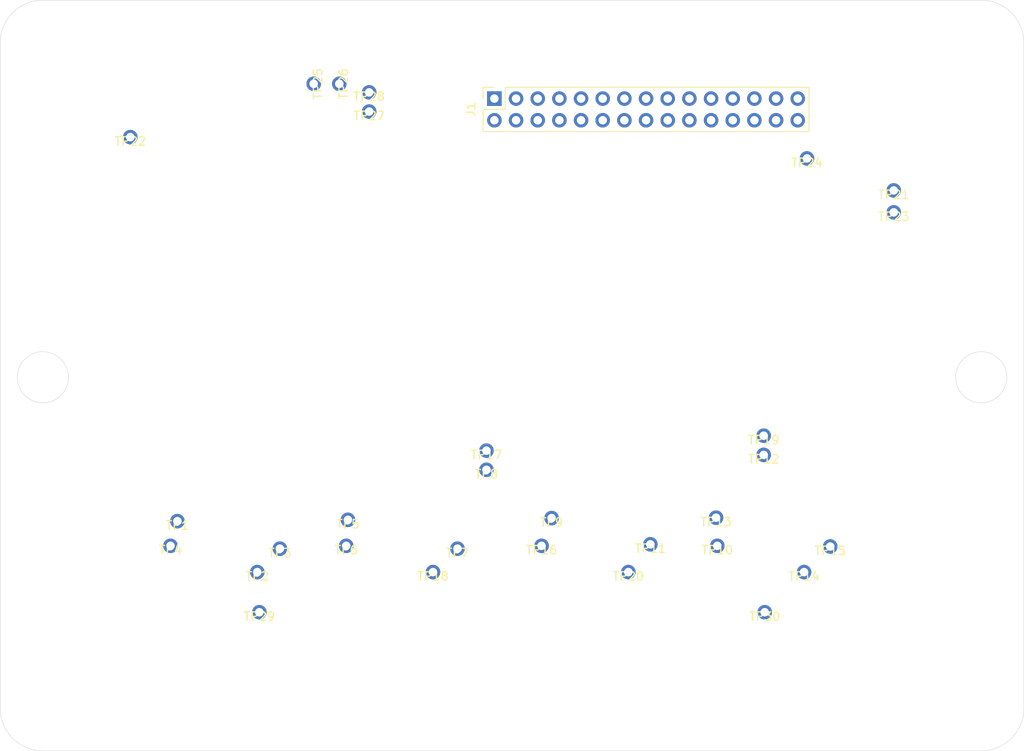
<source format=kicad_pcb>
(kicad_pcb (version 20171130) (host pcbnew 5.1.10-88a1d61d58~90~ubuntu20.04.1)

  (general
    (thickness 1.6)
    (drawings 107)
    (tracks 0)
    (zones 0)
    (modules 31)
    (nets 61)
  )

  (page A4)
  (layers
    (0 F.Cu signal)
    (31 B.Cu signal)
    (32 B.Adhes user)
    (33 F.Adhes user)
    (34 B.Paste user)
    (35 F.Paste user)
    (36 B.SilkS user)
    (37 F.SilkS user)
    (38 B.Mask user)
    (39 F.Mask user)
    (40 Dwgs.User user hide)
    (41 Cmts.User user)
    (42 Eco1.User user)
    (43 Eco2.User user)
    (44 Edge.Cuts user)
    (45 Margin user)
    (46 B.CrtYd user)
    (47 F.CrtYd user)
    (48 B.Fab user)
    (49 F.Fab user)
  )

  (setup
    (last_trace_width 0.25)
    (trace_clearance 0.2)
    (zone_clearance 0.508)
    (zone_45_only no)
    (trace_min 0.2)
    (via_size 0.8)
    (via_drill 0.4)
    (via_min_size 0.4)
    (via_min_drill 0.3)
    (uvia_size 0.3)
    (uvia_drill 0.1)
    (uvias_allowed no)
    (uvia_min_size 0.2)
    (uvia_min_drill 0.1)
    (edge_width 0.05)
    (segment_width 0.2)
    (pcb_text_width 0.3)
    (pcb_text_size 1.5 1.5)
    (mod_edge_width 0.12)
    (mod_text_size 1 1)
    (mod_text_width 0.15)
    (pad_size 1.524 1.524)
    (pad_drill 0.762)
    (pad_to_mask_clearance 0)
    (aux_axis_origin 0 0)
    (grid_origin 65 124.800031)
    (visible_elements FFFFFF7F)
    (pcbplotparams
      (layerselection 0x010fc_ffffffff)
      (usegerberextensions false)
      (usegerberattributes true)
      (usegerberadvancedattributes true)
      (creategerberjobfile true)
      (excludeedgelayer true)
      (linewidth 0.100000)
      (plotframeref false)
      (viasonmask false)
      (mode 1)
      (useauxorigin false)
      (hpglpennumber 1)
      (hpglpenspeed 20)
      (hpglpendiameter 15.000000)
      (psnegative false)
      (psa4output false)
      (plotreference true)
      (plotvalue true)
      (plotinvisibletext false)
      (padsonsilk false)
      (subtractmaskfromsilk false)
      (outputformat 1)
      (mirror false)
      (drillshape 1)
      (scaleselection 1)
      (outputdirectory ""))
  )

  (net 0 "")
  (net 1 "Net-(J1-Pad30)")
  (net 2 "Net-(J1-Pad28)")
  (net 3 "Net-(J1-Pad26)")
  (net 4 "Net-(J1-Pad24)")
  (net 5 "Net-(J1-Pad22)")
  (net 6 "Net-(J1-Pad20)")
  (net 7 "Net-(J1-Pad18)")
  (net 8 "Net-(J1-Pad16)")
  (net 9 "Net-(J1-Pad14)")
  (net 10 "Net-(J1-Pad12)")
  (net 11 "Net-(J1-Pad10)")
  (net 12 "Net-(J1-Pad8)")
  (net 13 "Net-(J1-Pad6)")
  (net 14 "Net-(J1-Pad4)")
  (net 15 "Net-(J1-Pad2)")
  (net 16 "Net-(J1-Pad29)")
  (net 17 "Net-(J1-Pad27)")
  (net 18 "Net-(J1-Pad25)")
  (net 19 "Net-(J1-Pad23)")
  (net 20 "Net-(J1-Pad21)")
  (net 21 "Net-(J1-Pad19)")
  (net 22 "Net-(J1-Pad17)")
  (net 23 "Net-(J1-Pad15)")
  (net 24 "Net-(J1-Pad13)")
  (net 25 "Net-(J1-Pad11)")
  (net 26 "Net-(J1-Pad9)")
  (net 27 "Net-(J1-Pad7)")
  (net 28 "Net-(J1-Pad5)")
  (net 29 "Net-(J1-Pad3)")
  (net 30 "Net-(J1-Pad1)")
  (net 31 "Net-(TP1-Pad1)")
  (net 32 "Net-(TP2-Pad1)")
  (net 33 "Net-(TP3-Pad1)")
  (net 34 "Net-(TP4-Pad1)")
  (net 35 "Net-(TP5-Pad1)")
  (net 36 "Net-(TP6-Pad1)")
  (net 37 "Net-(TP7-Pad1)")
  (net 38 "Net-(TP8-Pad1)")
  (net 39 "Net-(TP9-Pad1)")
  (net 40 "Net-(TP10-Pad1)")
  (net 41 "Net-(TP11-Pad1)")
  (net 42 "Net-(TP12-Pad1)")
  (net 43 "Net-(TP13-Pad1)")
  (net 44 "Net-(TP14-Pad1)")
  (net 45 "Net-(TP15-Pad1)")
  (net 46 "Net-(TP16-Pad1)")
  (net 47 "Net-(TP17-Pad1)")
  (net 48 "Net-(TP18-Pad1)")
  (net 49 "Net-(TP19-Pad1)")
  (net 50 "Net-(TP20-Pad1)")
  (net 51 "Net-(TP21-Pad1)")
  (net 52 "Net-(TP22-Pad1)")
  (net 53 "Net-(TP23-Pad1)")
  (net 54 "Net-(TP24-Pad1)")
  (net 55 "Net-(TP25-Pad1)")
  (net 56 "Net-(TP26-Pad1)")
  (net 57 "Net-(TP27-Pad1)")
  (net 58 "Net-(TP28-Pad1)")
  (net 59 "Net-(TP29-Pad1)")
  (net 60 "Net-(TP30-Pad1)")

  (net_class Default "This is the default net class."
    (clearance 0.2)
    (trace_width 0.25)
    (via_dia 0.8)
    (via_drill 0.4)
    (uvia_dia 0.3)
    (uvia_drill 0.1)
    (add_net "Net-(J1-Pad1)")
    (add_net "Net-(J1-Pad10)")
    (add_net "Net-(J1-Pad11)")
    (add_net "Net-(J1-Pad12)")
    (add_net "Net-(J1-Pad13)")
    (add_net "Net-(J1-Pad14)")
    (add_net "Net-(J1-Pad15)")
    (add_net "Net-(J1-Pad16)")
    (add_net "Net-(J1-Pad17)")
    (add_net "Net-(J1-Pad18)")
    (add_net "Net-(J1-Pad19)")
    (add_net "Net-(J1-Pad2)")
    (add_net "Net-(J1-Pad20)")
    (add_net "Net-(J1-Pad21)")
    (add_net "Net-(J1-Pad22)")
    (add_net "Net-(J1-Pad23)")
    (add_net "Net-(J1-Pad24)")
    (add_net "Net-(J1-Pad25)")
    (add_net "Net-(J1-Pad26)")
    (add_net "Net-(J1-Pad27)")
    (add_net "Net-(J1-Pad28)")
    (add_net "Net-(J1-Pad29)")
    (add_net "Net-(J1-Pad3)")
    (add_net "Net-(J1-Pad30)")
    (add_net "Net-(J1-Pad4)")
    (add_net "Net-(J1-Pad5)")
    (add_net "Net-(J1-Pad6)")
    (add_net "Net-(J1-Pad7)")
    (add_net "Net-(J1-Pad8)")
    (add_net "Net-(J1-Pad9)")
    (add_net "Net-(TP1-Pad1)")
    (add_net "Net-(TP10-Pad1)")
    (add_net "Net-(TP11-Pad1)")
    (add_net "Net-(TP12-Pad1)")
    (add_net "Net-(TP13-Pad1)")
    (add_net "Net-(TP14-Pad1)")
    (add_net "Net-(TP15-Pad1)")
    (add_net "Net-(TP16-Pad1)")
    (add_net "Net-(TP17-Pad1)")
    (add_net "Net-(TP18-Pad1)")
    (add_net "Net-(TP19-Pad1)")
    (add_net "Net-(TP2-Pad1)")
    (add_net "Net-(TP20-Pad1)")
    (add_net "Net-(TP21-Pad1)")
    (add_net "Net-(TP22-Pad1)")
    (add_net "Net-(TP23-Pad1)")
    (add_net "Net-(TP24-Pad1)")
    (add_net "Net-(TP25-Pad1)")
    (add_net "Net-(TP26-Pad1)")
    (add_net "Net-(TP27-Pad1)")
    (add_net "Net-(TP28-Pad1)")
    (add_net "Net-(TP29-Pad1)")
    (add_net "Net-(TP3-Pad1)")
    (add_net "Net-(TP30-Pad1)")
    (add_net "Net-(TP4-Pad1)")
    (add_net "Net-(TP5-Pad1)")
    (add_net "Net-(TP6-Pad1)")
    (add_net "Net-(TP7-Pad1)")
    (add_net "Net-(TP8-Pad1)")
    (add_net "Net-(TP9-Pad1)")
  )

  (module Connector_PinSocket_2.54mm:PinSocket_2x15_P2.54mm_Vertical (layer F.Cu) (tedit 5A19A42E) (tstamp 611A2FD4)
    (at 117.929972 53.33229 90)
    (descr "Through hole straight socket strip, 2x15, 2.54mm pitch, double cols (from Kicad 4.0.7), script generated")
    (tags "Through hole socket strip THT 2x15 2.54mm double row")
    (path /611DA97D)
    (fp_text reference J1 (at -1.27 -2.77 90) (layer F.SilkS)
      (effects (font (size 1 1) (thickness 0.15)))
    )
    (fp_text value Conn_02x15_Odd_Even (at -1.27 38.33 90) (layer F.Fab)
      (effects (font (size 1 1) (thickness 0.15)))
    )
    (fp_text user %R (at -1.27 17.78) (layer F.Fab)
      (effects (font (size 1 1) (thickness 0.15)))
    )
    (fp_line (start -3.81 -1.27) (end 0.27 -1.27) (layer F.Fab) (width 0.1))
    (fp_line (start 0.27 -1.27) (end 1.27 -0.27) (layer F.Fab) (width 0.1))
    (fp_line (start 1.27 -0.27) (end 1.27 36.83) (layer F.Fab) (width 0.1))
    (fp_line (start 1.27 36.83) (end -3.81 36.83) (layer F.Fab) (width 0.1))
    (fp_line (start -3.81 36.83) (end -3.81 -1.27) (layer F.Fab) (width 0.1))
    (fp_line (start -3.87 -1.33) (end -1.27 -1.33) (layer F.SilkS) (width 0.12))
    (fp_line (start -3.87 -1.33) (end -3.87 36.89) (layer F.SilkS) (width 0.12))
    (fp_line (start -3.87 36.89) (end 1.33 36.89) (layer F.SilkS) (width 0.12))
    (fp_line (start 1.33 1.27) (end 1.33 36.89) (layer F.SilkS) (width 0.12))
    (fp_line (start -1.27 1.27) (end 1.33 1.27) (layer F.SilkS) (width 0.12))
    (fp_line (start -1.27 -1.33) (end -1.27 1.27) (layer F.SilkS) (width 0.12))
    (fp_line (start 1.33 -1.33) (end 1.33 0) (layer F.SilkS) (width 0.12))
    (fp_line (start 0 -1.33) (end 1.33 -1.33) (layer F.SilkS) (width 0.12))
    (fp_line (start -4.34 -1.8) (end 1.76 -1.8) (layer F.CrtYd) (width 0.05))
    (fp_line (start 1.76 -1.8) (end 1.76 37.3) (layer F.CrtYd) (width 0.05))
    (fp_line (start 1.76 37.3) (end -4.34 37.3) (layer F.CrtYd) (width 0.05))
    (fp_line (start -4.34 37.3) (end -4.34 -1.8) (layer F.CrtYd) (width 0.05))
    (pad 30 thru_hole oval (at -2.54 35.56 90) (size 1.7 1.7) (drill 1) (layers *.Cu *.Mask)
      (net 1 "Net-(J1-Pad30)"))
    (pad 29 thru_hole oval (at 0 35.56 90) (size 1.7 1.7) (drill 1) (layers *.Cu *.Mask)
      (net 16 "Net-(J1-Pad29)"))
    (pad 28 thru_hole oval (at -2.54 33.02 90) (size 1.7 1.7) (drill 1) (layers *.Cu *.Mask)
      (net 2 "Net-(J1-Pad28)"))
    (pad 27 thru_hole oval (at 0 33.02 90) (size 1.7 1.7) (drill 1) (layers *.Cu *.Mask)
      (net 17 "Net-(J1-Pad27)"))
    (pad 26 thru_hole oval (at -2.54 30.48 90) (size 1.7 1.7) (drill 1) (layers *.Cu *.Mask)
      (net 3 "Net-(J1-Pad26)"))
    (pad 25 thru_hole oval (at 0 30.48 90) (size 1.7 1.7) (drill 1) (layers *.Cu *.Mask)
      (net 18 "Net-(J1-Pad25)"))
    (pad 24 thru_hole oval (at -2.54 27.94 90) (size 1.7 1.7) (drill 1) (layers *.Cu *.Mask)
      (net 4 "Net-(J1-Pad24)"))
    (pad 23 thru_hole oval (at 0 27.94 90) (size 1.7 1.7) (drill 1) (layers *.Cu *.Mask)
      (net 19 "Net-(J1-Pad23)"))
    (pad 22 thru_hole oval (at -2.54 25.4 90) (size 1.7 1.7) (drill 1) (layers *.Cu *.Mask)
      (net 5 "Net-(J1-Pad22)"))
    (pad 21 thru_hole oval (at 0 25.4 90) (size 1.7 1.7) (drill 1) (layers *.Cu *.Mask)
      (net 20 "Net-(J1-Pad21)"))
    (pad 20 thru_hole oval (at -2.54 22.86 90) (size 1.7 1.7) (drill 1) (layers *.Cu *.Mask)
      (net 6 "Net-(J1-Pad20)"))
    (pad 19 thru_hole oval (at 0 22.86 90) (size 1.7 1.7) (drill 1) (layers *.Cu *.Mask)
      (net 21 "Net-(J1-Pad19)"))
    (pad 18 thru_hole oval (at -2.54 20.32 90) (size 1.7 1.7) (drill 1) (layers *.Cu *.Mask)
      (net 7 "Net-(J1-Pad18)"))
    (pad 17 thru_hole oval (at 0 20.32 90) (size 1.7 1.7) (drill 1) (layers *.Cu *.Mask)
      (net 22 "Net-(J1-Pad17)"))
    (pad 16 thru_hole oval (at -2.54 17.78 90) (size 1.7 1.7) (drill 1) (layers *.Cu *.Mask)
      (net 8 "Net-(J1-Pad16)"))
    (pad 15 thru_hole oval (at 0 17.78 90) (size 1.7 1.7) (drill 1) (layers *.Cu *.Mask)
      (net 23 "Net-(J1-Pad15)"))
    (pad 14 thru_hole oval (at -2.54 15.24 90) (size 1.7 1.7) (drill 1) (layers *.Cu *.Mask)
      (net 9 "Net-(J1-Pad14)"))
    (pad 13 thru_hole oval (at 0 15.24 90) (size 1.7 1.7) (drill 1) (layers *.Cu *.Mask)
      (net 24 "Net-(J1-Pad13)"))
    (pad 12 thru_hole oval (at -2.54 12.7 90) (size 1.7 1.7) (drill 1) (layers *.Cu *.Mask)
      (net 10 "Net-(J1-Pad12)"))
    (pad 11 thru_hole oval (at 0 12.7 90) (size 1.7 1.7) (drill 1) (layers *.Cu *.Mask)
      (net 25 "Net-(J1-Pad11)"))
    (pad 10 thru_hole oval (at -2.54 10.16 90) (size 1.7 1.7) (drill 1) (layers *.Cu *.Mask)
      (net 11 "Net-(J1-Pad10)"))
    (pad 9 thru_hole oval (at 0 10.16 90) (size 1.7 1.7) (drill 1) (layers *.Cu *.Mask)
      (net 26 "Net-(J1-Pad9)"))
    (pad 8 thru_hole oval (at -2.54 7.62 90) (size 1.7 1.7) (drill 1) (layers *.Cu *.Mask)
      (net 12 "Net-(J1-Pad8)"))
    (pad 7 thru_hole oval (at 0 7.62 90) (size 1.7 1.7) (drill 1) (layers *.Cu *.Mask)
      (net 27 "Net-(J1-Pad7)"))
    (pad 6 thru_hole oval (at -2.54 5.08 90) (size 1.7 1.7) (drill 1) (layers *.Cu *.Mask)
      (net 13 "Net-(J1-Pad6)"))
    (pad 5 thru_hole oval (at 0 5.08 90) (size 1.7 1.7) (drill 1) (layers *.Cu *.Mask)
      (net 28 "Net-(J1-Pad5)"))
    (pad 4 thru_hole oval (at -2.54 2.54 90) (size 1.7 1.7) (drill 1) (layers *.Cu *.Mask)
      (net 14 "Net-(J1-Pad4)"))
    (pad 3 thru_hole oval (at 0 2.54 90) (size 1.7 1.7) (drill 1) (layers *.Cu *.Mask)
      (net 29 "Net-(J1-Pad3)"))
    (pad 2 thru_hole oval (at -2.54 0 90) (size 1.7 1.7) (drill 1) (layers *.Cu *.Mask)
      (net 15 "Net-(J1-Pad2)"))
    (pad 1 thru_hole rect (at 0 0 90) (size 1.7 1.7) (drill 1) (layers *.Cu *.Mask)
      (net 30 "Net-(J1-Pad1)"))
    (model ${KISYS3DMOD}/Connector_PinSocket_2.54mm.3dshapes/PinSocket_2x15_P2.54mm_Vertical.wrl
      (at (xyz 0 0 0))
      (scale (xyz 1 1 1))
      (rotate (xyz 0 0 0))
    )
  )

  (module Syrostan-Ext-DIO:PogoPin (layer F.Cu) (tedit 611A14BA) (tstamp 611A306A)
    (at 149.621295 113.54405)
    (path /611F69B4)
    (fp_text reference TP30 (at 0 0.5) (layer F.SilkS)
      (effects (font (size 1 1) (thickness 0.15)))
    )
    (fp_text value TP_Panel (at 0 -0.5) (layer F.Fab)
      (effects (font (size 1 1) (thickness 0.15)))
    )
    (pad 1 thru_hole circle (at 0 0) (size 1.7 1.7) (drill 1) (layers *.Cu *.Mask)
      (net 60 "Net-(TP30-Pad1)"))
  )

  (module Syrostan-Ext-DIO:PogoPin (layer F.Cu) (tedit 611A14BA) (tstamp 611A3065)
    (at 90.378705 113.54405)
    (path /611F69BA)
    (fp_text reference TP29 (at 0 0.5) (layer F.SilkS)
      (effects (font (size 1 1) (thickness 0.15)))
    )
    (fp_text value TP_Panel (at 0 -0.5) (layer F.Fab)
      (effects (font (size 1 1) (thickness 0.15)))
    )
    (pad 1 thru_hole circle (at 0 0) (size 1.7 1.7) (drill 1) (layers *.Cu *.Mask)
      (net 59 "Net-(TP29-Pad1)"))
  )

  (module Syrostan-Ext-DIO:PogoPin (layer F.Cu) (tedit 611A14BA) (tstamp 611A3060)
    (at 103.249999 52.599972)
    (path /611A0A16)
    (fp_text reference TP28 (at 0 0.5) (layer F.SilkS)
      (effects (font (size 1 1) (thickness 0.15)))
    )
    (fp_text value TP_SCL (at 0 -0.5) (layer F.Fab)
      (effects (font (size 1 1) (thickness 0.15)))
    )
    (pad 1 thru_hole circle (at 0 0) (size 1.7 1.7) (drill 1) (layers *.Cu *.Mask)
      (net 58 "Net-(TP28-Pad1)"))
  )

  (module Syrostan-Ext-DIO:PogoPin (layer F.Cu) (tedit 611A14BA) (tstamp 611A305B)
    (at 103.249999 54.84997)
    (path /611A0A1C)
    (fp_text reference TP27 (at 0 0.5) (layer F.SilkS)
      (effects (font (size 1 1) (thickness 0.15)))
    )
    (fp_text value TP_SDA (at 0 -0.5) (layer F.Fab)
      (effects (font (size 1 1) (thickness 0.15)))
    )
    (pad 1 thru_hole circle (at 0 0) (size 1.7 1.7) (drill 1) (layers *.Cu *.Mask)
      (net 57 "Net-(TP27-Pad1)"))
  )

  (module Syrostan-Ext-DIO:PogoPin (layer F.Cu) (tedit 611A14BA) (tstamp 611A3056)
    (at 99.750001 51.599971 90)
    (path /6119E1A8)
    (fp_text reference TP26 (at 0 0.5 90) (layer F.SilkS)
      (effects (font (size 1 1) (thickness 0.15)))
    )
    (fp_text value TP_3V3MP (at 0 -0.5 90) (layer F.Fab)
      (effects (font (size 1 1) (thickness 0.15)))
    )
    (pad 1 thru_hole circle (at 0 0 90) (size 1.7 1.7) (drill 1) (layers *.Cu *.Mask)
      (net 56 "Net-(TP26-Pad1)"))
  )

  (module Syrostan-Ext-DIO:PogoPin (layer F.Cu) (tedit 611A14BA) (tstamp 611A3051)
    (at 96.749999 51.599971 90)
    (path /6119D5AD)
    (fp_text reference TP25 (at 0 0.5 90) (layer F.SilkS)
      (effects (font (size 1 1) (thickness 0.15)))
    )
    (fp_text value TP_GND (at 0 -0.5 90) (layer F.Fab)
      (effects (font (size 1 1) (thickness 0.15)))
    )
    (pad 1 thru_hole circle (at 0 0 90) (size 1.7 1.7) (drill 1) (layers *.Cu *.Mask)
      (net 55 "Net-(TP25-Pad1)"))
  )

  (module Syrostan-Ext-DIO:PogoPin (layer F.Cu) (tedit 611A14BA) (tstamp 611A304C)
    (at 154.575001 60.349972)
    (path /6119E030)
    (fp_text reference TP24 (at 0 0.5) (layer F.SilkS)
      (effects (font (size 1 1) (thickness 0.15)))
    )
    (fp_text value TP_3V3 (at 0 -0.5) (layer F.Fab)
      (effects (font (size 1 1) (thickness 0.15)))
    )
    (pad 1 thru_hole circle (at 0 0) (size 1.7 1.7) (drill 1) (layers *.Cu *.Mask)
      (net 54 "Net-(TP24-Pad1)"))
  )

  (module Syrostan-Ext-DIO:PogoPin (layer F.Cu) (tedit 611A14BA) (tstamp 611A3047)
    (at 164.75 66.669692)
    (path /6119D2CF)
    (fp_text reference TP23 (at 0 0.5) (layer F.SilkS)
      (effects (font (size 1 1) (thickness 0.15)))
    )
    (fp_text value TP_GND (at 0 -0.5) (layer F.Fab)
      (effects (font (size 1 1) (thickness 0.15)))
    )
    (pad 1 thru_hole circle (at 0 0) (size 1.7 1.7) (drill 1) (layers *.Cu *.Mask)
      (net 53 "Net-(TP23-Pad1)"))
  )

  (module Syrostan-Ext-DIO:PogoPin (layer F.Cu) (tedit 611A14BA) (tstamp 611A3042)
    (at 75.249999 57.849972)
    (path /6119C89C)
    (fp_text reference TP22 (at 0 0.5) (layer F.SilkS)
      (effects (font (size 1 1) (thickness 0.15)))
    )
    (fp_text value TP_GND (at 0 -0.5) (layer F.Fab)
      (effects (font (size 1 1) (thickness 0.15)))
    )
    (pad 1 thru_hole circle (at 0 0) (size 1.7 1.7) (drill 1) (layers *.Cu *.Mask)
      (net 52 "Net-(TP22-Pad1)"))
  )

  (module Syrostan-Ext-DIO:PogoPin (layer F.Cu) (tedit 611A14BA) (tstamp 611A303D)
    (at 164.75 64.099972)
    (path /6119DB0F)
    (fp_text reference TP21 (at 0 0.5) (layer F.SilkS)
      (effects (font (size 1 1) (thickness 0.15)))
    )
    (fp_text value TP_12V (at 0 -0.5) (layer F.Fab)
      (effects (font (size 1 1) (thickness 0.15)))
    )
    (pad 1 thru_hole circle (at 0 0) (size 1.7 1.7) (drill 1) (layers *.Cu *.Mask)
      (net 51 "Net-(TP21-Pad1)"))
  )

  (module Syrostan-Ext-DIO:PogoPin (layer F.Cu) (tedit 611A14BA) (tstamp 611A3038)
    (at 133.632902 108.838874)
    (path /6119D7FE)
    (fp_text reference TP20 (at 0 0.5) (layer F.SilkS)
      (effects (font (size 1 1) (thickness 0.15)))
    )
    (fp_text value TP_GND_2 (at 0 -0.5) (layer F.Fab)
      (effects (font (size 1 1) (thickness 0.15)))
    )
    (pad 1 thru_hole circle (at 0 0) (size 1.7 1.7) (drill 1) (layers *.Cu *.Mask)
      (net 50 "Net-(TP20-Pad1)"))
  )

  (module Syrostan-Ext-DIO:PogoPin (layer F.Cu) (tedit 611A14BA) (tstamp 611A3033)
    (at 149.5 92.84997)
    (path /6119EF8C)
    (fp_text reference TP19 (at 0 0.5) (layer F.SilkS)
      (effects (font (size 1 1) (thickness 0.15)))
    )
    (fp_text value TP_5V_2 (at 0 -0.5) (layer F.Fab)
      (effects (font (size 1 1) (thickness 0.15)))
    )
    (pad 1 thru_hole circle (at 0 0) (size 1.7 1.7) (drill 1) (layers *.Cu *.Mask)
      (net 49 "Net-(TP19-Pad1)"))
  )

  (module Syrostan-Ext-DIO:PogoPin (layer F.Cu) (tedit 611A14BA) (tstamp 611A302E)
    (at 110.732908 108.838874)
    (path /6119D6BD)
    (fp_text reference TP18 (at 0 0.5) (layer F.SilkS)
      (effects (font (size 1 1) (thickness 0.15)))
    )
    (fp_text value TP_GND_1 (at 0 -0.5) (layer F.Fab)
      (effects (font (size 1 1) (thickness 0.15)))
    )
    (pad 1 thru_hole circle (at 0 0) (size 1.7 1.7) (drill 1) (layers *.Cu *.Mask)
      (net 48 "Net-(TP18-Pad1)"))
  )

  (module Syrostan-Ext-DIO:PogoPin (layer F.Cu) (tedit 611A14BA) (tstamp 611A3029)
    (at 116.999999 94.599972)
    (path /6119EB32)
    (fp_text reference TP17 (at 0 0.5) (layer F.SilkS)
      (effects (font (size 1 1) (thickness 0.15)))
    )
    (fp_text value TP_5V_1 (at 0 -0.5) (layer F.Fab)
      (effects (font (size 1 1) (thickness 0.15)))
    )
    (pad 1 thru_hole circle (at 0 0) (size 1.7 1.7) (drill 1) (layers *.Cu *.Mask)
      (net 47 "Net-(TP17-Pad1)"))
  )

  (module Syrostan-Ext-DIO:PogoPin (layer F.Cu) (tedit 611A14BA) (tstamp 611A3024)
    (at 123.460068 105.760044)
    (path /611C6127)
    (fp_text reference TP16 (at 0 0.5) (layer F.SilkS)
      (effects (font (size 1 1) (thickness 0.15)))
    )
    (fp_text value TP_GND_2 (at 0 -0.5) (layer F.Fab)
      (effects (font (size 1 1) (thickness 0.15)))
    )
    (pad 1 thru_hole circle (at 0 0) (size 1.7 1.7) (drill 1) (layers *.Cu *.Mask)
      (net 46 "Net-(TP16-Pad1)"))
  )

  (module Syrostan-Ext-DIO:PogoPin (layer F.Cu) (tedit 611A14BA) (tstamp 611A301F)
    (at 157.300131 105.837988)
    (path /611C612D)
    (fp_text reference TP15 (at 0 0.5) (layer F.SilkS)
      (effects (font (size 1 1) (thickness 0.15)))
    )
    (fp_text value TP_IO8 (at 0 -0.5) (layer F.Fab)
      (effects (font (size 1 1) (thickness 0.15)))
    )
    (pad 1 thru_hole circle (at 0 0) (size 1.7 1.7) (drill 1) (layers *.Cu *.Mask)
      (net 45 "Net-(TP15-Pad1)"))
  )

  (module Syrostan-Ext-DIO:PogoPin (layer F.Cu) (tedit 611A14BA) (tstamp 611A301A)
    (at 154.232908 108.838874)
    (path /611C611B)
    (fp_text reference TP14 (at 0 0.5) (layer F.SilkS)
      (effects (font (size 1 1) (thickness 0.15)))
    )
    (fp_text value TP_GND_2 (at 0 -0.5) (layer F.Fab)
      (effects (font (size 1 1) (thickness 0.15)))
    )
    (pad 1 thru_hole circle (at 0 0) (size 1.7 1.7) (drill 1) (layers *.Cu *.Mask)
      (net 44 "Net-(TP14-Pad1)"))
  )

  (module Syrostan-Ext-DIO:PogoPin (layer F.Cu) (tedit 611A14BA) (tstamp 611A3015)
    (at 143.914252 102.459692)
    (path /611C6121)
    (fp_text reference TP13 (at 0 0.5) (layer F.SilkS)
      (effects (font (size 1 1) (thickness 0.15)))
    )
    (fp_text value TP_IO7 (at 0 -0.5) (layer F.Fab)
      (effects (font (size 1 1) (thickness 0.15)))
    )
    (pad 1 thru_hole circle (at 0 0) (size 1.7 1.7) (drill 1) (layers *.Cu *.Mask)
      (net 43 "Net-(TP13-Pad1)"))
  )

  (module Syrostan-Ext-DIO:PogoPin (layer F.Cu) (tedit 611A14BA) (tstamp 611A3010)
    (at 149.5 95.099971)
    (path /611C610F)
    (fp_text reference TP12 (at 0 0.5) (layer F.SilkS)
      (effects (font (size 1 1) (thickness 0.15)))
    )
    (fp_text value TP_GND_2 (at 0 -0.5) (layer F.Fab)
      (effects (font (size 1 1) (thickness 0.15)))
    )
    (pad 1 thru_hole circle (at 0 0) (size 1.7 1.7) (drill 1) (layers *.Cu *.Mask)
      (net 42 "Net-(TP12-Pad1)"))
  )

  (module Syrostan-Ext-DIO:PogoPin (layer F.Cu) (tedit 611A14BA) (tstamp 611A300B)
    (at 136.218146 105.584028)
    (path /611C6115)
    (fp_text reference TP11 (at 0 0.5) (layer F.SilkS)
      (effects (font (size 1 1) (thickness 0.15)))
    )
    (fp_text value TP_IO6 (at 0 -0.5) (layer F.Fab)
      (effects (font (size 1 1) (thickness 0.15)))
    )
    (pad 1 thru_hole circle (at 0 0) (size 1.7 1.7) (drill 1) (layers *.Cu *.Mask)
      (net 41 "Net-(TP11-Pad1)"))
  )

  (module Syrostan-Ext-DIO:PogoPin (layer F.Cu) (tedit 611A14BA) (tstamp 611A3006)
    (at 144.060001 105.75997)
    (path /611C6103)
    (fp_text reference TP10 (at 0 0.5) (layer F.SilkS)
      (effects (font (size 1 1) (thickness 0.15)))
    )
    (fp_text value TP_GND_2 (at 0 -0.5) (layer F.Fab)
      (effects (font (size 1 1) (thickness 0.15)))
    )
    (pad 1 thru_hole circle (at 0 0) (size 1.7 1.7) (drill 1) (layers *.Cu *.Mask)
      (net 40 "Net-(TP10-Pad1)"))
  )

  (module Syrostan-Ext-DIO:PogoPin (layer F.Cu) (tedit 611A14BA) (tstamp 611A3001)
    (at 124.635657 102.510496)
    (path /611C6109)
    (fp_text reference TP9 (at 0 0.5) (layer F.SilkS)
      (effects (font (size 1 1) (thickness 0.15)))
    )
    (fp_text value TP_IO5 (at 0 -0.5) (layer F.Fab)
      (effects (font (size 1 1) (thickness 0.15)))
    )
    (pad 1 thru_hole circle (at 0 0) (size 1.7 1.7) (drill 1) (layers *.Cu *.Mask)
      (net 39 "Net-(TP9-Pad1)"))
  )

  (module Syrostan-Ext-DIO:PogoPin (layer F.Cu) (tedit 611A14BA) (tstamp 611A2FFC)
    (at 116.999999 96.84997)
    (path /611BBCF4)
    (fp_text reference TP8 (at 0 0.5) (layer F.SilkS)
      (effects (font (size 1 1) (thickness 0.15)))
    )
    (fp_text value TP_GND_1 (at 0 -0.5) (layer F.Fab)
      (effects (font (size 1 1) (thickness 0.15)))
    )
    (pad 1 thru_hole circle (at 0 0) (size 1.7 1.7) (drill 1) (layers *.Cu *.Mask)
      (net 38 "Net-(TP8-Pad1)"))
  )

  (module Syrostan-Ext-DIO:PogoPin (layer F.Cu) (tedit 611A14BA) (tstamp 611A2FF7)
    (at 113.604056 106.092047)
    (path /611BBCFA)
    (fp_text reference TP7 (at 0 0.5) (layer F.SilkS)
      (effects (font (size 1 1) (thickness 0.15)))
    )
    (fp_text value TP_IO4 (at 0 -0.5) (layer F.Fab)
      (effects (font (size 1 1) (thickness 0.15)))
    )
    (pad 1 thru_hole circle (at 0 0) (size 1.7 1.7) (drill 1) (layers *.Cu *.Mask)
      (net 37 "Net-(TP7-Pad1)"))
  )

  (module Syrostan-Ext-DIO:PogoPin (layer F.Cu) (tedit 611A14BA) (tstamp 611A2FF2)
    (at 100.560057 105.760044)
    (path /611BB7BE)
    (fp_text reference TP6 (at 0 0.5) (layer F.SilkS)
      (effects (font (size 1 1) (thickness 0.15)))
    )
    (fp_text value TP_GND_1 (at 0 -0.5) (layer F.Fab)
      (effects (font (size 1 1) (thickness 0.15)))
    )
    (pad 1 thru_hole circle (at 0 0) (size 1.7 1.7) (drill 1) (layers *.Cu *.Mask)
      (net 36 "Net-(TP6-Pad1)"))
  )

  (module Syrostan-Ext-DIO:PogoPin (layer F.Cu) (tedit 611A14BA) (tstamp 611A2FED)
    (at 100.759665 102.713698)
    (path /611BB7C4)
    (fp_text reference TP5 (at 0 0.5) (layer F.SilkS)
      (effects (font (size 1 1) (thickness 0.15)))
    )
    (fp_text value TP_IO3 (at 0 -0.5) (layer F.Fab)
      (effects (font (size 1 1) (thickness 0.15)))
    )
    (pad 1 thru_hole circle (at 0 0) (size 1.7 1.7) (drill 1) (layers *.Cu *.Mask)
      (net 35 "Net-(TP5-Pad1)"))
  )

  (module Syrostan-Ext-DIO:PogoPin (layer F.Cu) (tedit 611A14BA) (tstamp 611A2FE8)
    (at 79.96 105.75997)
    (path /611BB486)
    (fp_text reference TP4 (at 0 0.5) (layer F.SilkS)
      (effects (font (size 1 1) (thickness 0.15)))
    )
    (fp_text value TP_GND_1 (at 0 -0.5) (layer F.Fab)
      (effects (font (size 1 1) (thickness 0.15)))
    )
    (pad 1 thru_hole circle (at 0 0) (size 1.7 1.7) (drill 1) (layers *.Cu *.Mask)
      (net 34 "Net-(TP4-Pad1)"))
  )

  (module Syrostan-Ext-DIO:PogoPin (layer F.Cu) (tedit 611A14BA) (tstamp 611A2FE3)
    (at 92.784064 106.092047)
    (path /611BB48C)
    (fp_text reference TP3 (at 0 0.5) (layer F.SilkS)
      (effects (font (size 1 1) (thickness 0.15)))
    )
    (fp_text value TP_IO2 (at 0 -0.5) (layer F.Fab)
      (effects (font (size 1 1) (thickness 0.15)))
    )
    (pad 1 thru_hole circle (at 0 0) (size 1.7 1.7) (drill 1) (layers *.Cu *.Mask)
      (net 33 "Net-(TP3-Pad1)"))
  )

  (module Syrostan-Ext-DIO:PogoPin (layer F.Cu) (tedit 611A14BA) (tstamp 611A2FDE)
    (at 90.132902 108.838874)
    (path /611B9162)
    (fp_text reference TP2 (at 0 0.5) (layer F.SilkS)
      (effects (font (size 1 1) (thickness 0.15)))
    )
    (fp_text value TP_GND_1 (at 0 -0.5) (layer F.Fab)
      (effects (font (size 1 1) (thickness 0.15)))
    )
    (pad 1 thru_hole circle (at 0 0) (size 1.7 1.7) (drill 1) (layers *.Cu *.Mask)
      (net 32 "Net-(TP2-Pad1)"))
  )

  (module Syrostan-Ext-DIO:PogoPin (layer F.Cu) (tedit 611A14BA) (tstamp 611A2FD9)
    (at 80.769858 102.866095)
    (path /611B9168)
    (fp_text reference TP1 (at 0 0.5) (layer F.SilkS)
      (effects (font (size 1 1) (thickness 0.15)))
    )
    (fp_text value TP_IO1 (at 0 -0.5) (layer F.Fab)
      (effects (font (size 1 1) (thickness 0.15)))
    )
    (pad 1 thru_hole circle (at 0 0) (size 1.7 1.7) (drill 1) (layers *.Cu *.Mask)
      (net 31 "Net-(TP1-Pad1)"))
  )

  (gr_circle (center 65 86) (end 68 86) (layer Edge.Cuts) (width 0.05) (tstamp 611B3E03))
  (gr_circle (center 175 86) (end 178 86) (layer Edge.Cuts) (width 0.05) (tstamp 611B3E03))
  (gr_arc (start 175 46.800031) (end 180 46.800031) (angle -90) (layer Edge.Cuts) (width 0.05))
  (gr_arc (start 175 124.800031) (end 175 129.800031) (angle -90) (layer Edge.Cuts) (width 0.05))
  (gr_arc (start 65 124.800031) (end 60 124.800031) (angle -90) (layer Edge.Cuts) (width 0.05))
  (gr_arc (start 65 46.800031) (end 65 41.800031) (angle -90) (layer Edge.Cuts) (width 0.05))
  (dimension 88 (width 0.15) (layer Dwgs.User)
    (gr_text "88.000 mm" (at 51.7 85.800031 270) (layer Dwgs.User)
      (effects (font (size 1 1) (thickness 0.15)))
    )
    (feature1 (pts (xy 60 129.800031) (xy 52.413579 129.800031)))
    (feature2 (pts (xy 60 41.800031) (xy 52.413579 41.800031)))
    (crossbar (pts (xy 53 41.800031) (xy 53 129.800031)))
    (arrow1a (pts (xy 53 129.800031) (xy 52.413579 128.673527)))
    (arrow1b (pts (xy 53 129.800031) (xy 53.586421 128.673527)))
    (arrow2a (pts (xy 53 41.800031) (xy 52.413579 42.926535)))
    (arrow2b (pts (xy 53 41.800031) (xy 53.586421 42.926535)))
  )
  (dimension 120 (width 0.15) (layer Dwgs.User)
    (gr_text "120.000 mm" (at 120 137.100031) (layer Dwgs.User)
      (effects (font (size 1 1) (thickness 0.15)))
    )
    (feature1 (pts (xy 180 129.800031) (xy 180 136.386452)))
    (feature2 (pts (xy 60 129.800031) (xy 60 136.386452)))
    (crossbar (pts (xy 60 135.800031) (xy 180 135.800031)))
    (arrow1a (pts (xy 180 135.800031) (xy 178.873496 136.386452)))
    (arrow1b (pts (xy 180 135.800031) (xy 178.873496 135.21361)))
    (arrow2a (pts (xy 60 135.800031) (xy 61.126504 136.386452)))
    (arrow2b (pts (xy 60 135.800031) (xy 61.126504 135.21361)))
  )
  (gr_line (start 60 46.800031) (end 60 124.800031) (layer Edge.Cuts) (width 0.05))
  (gr_line (start 175 41.800031) (end 65 41.800031) (layer Edge.Cuts) (width 0.05))
  (gr_line (start 180 124.800031) (end 180 46.800031) (layer Edge.Cuts) (width 0.05))
  (gr_line (start 65 129.800031) (end 175 129.800031) (layer Edge.Cuts) (width 0.05))
  (gr_text 67*96mm (at 199.81 93.7) (layer Dwgs.User)
    (effects (font (size 1 1) (thickness 0.15)))
  )
  (gr_line (start 78.135 100.809692) (end 158.950131 100.809692) (layer Dwgs.User) (width 0.2))
  (gr_line (start 158.950131 100.809692) (end 158.950131 110.663874) (layer Dwgs.User) (width 0.2))
  (gr_line (start 158.950131 110.663874) (end 78.135 110.663874) (layer Dwgs.User) (width 0.2))
  (gr_line (start 78.135 110.663874) (end 78.135 100.809692) (layer Dwgs.User) (width 0.2))
  (gr_circle (center 123.009972 53.33229) (end 123.834972 53.33229) (layer Dwgs.User) (width 0.2))
  (gr_circle (center 125.549972 53.33229) (end 126.374972 53.33229) (layer Dwgs.User) (width 0.2))
  (gr_circle (center 90.378705 113.54405) (end 92.378705 113.54405) (layer Dwgs.User) (width 0.2))
  (gr_circle (center 149.621295 113.54405) (end 151.621295 113.54405) (layer Dwgs.User) (width 0.2))
  (gr_circle (center 144.060001 105.75997) (end 144.885001 105.75997) (layer Dwgs.User) (width 0.2))
  (gr_circle (center 90.132902 108.838874) (end 90.957902 108.838874) (layer Dwgs.User) (width 0.2))
  (gr_circle (center 110.732908 108.838874) (end 111.557908 108.838874) (layer Dwgs.User) (width 0.2))
  (gr_circle (center 164.75 66.669692) (end 165.575 66.669692) (layer Dwgs.User) (width 0.2))
  (gr_circle (center 164.75 64.099972) (end 165.575 64.099972) (layer Dwgs.User) (width 0.2))
  (gr_circle (center 140.789972 55.87229) (end 141.614972 55.87229) (layer Dwgs.User) (width 0.2))
  (gr_circle (center 143.329972 55.87229) (end 144.154972 55.87229) (layer Dwgs.User) (width 0.2))
  (gr_line (start 159.417704 57.666284) (end 159.417704 51.538284) (layer Dwgs.User) (width 0.2))
  (gr_circle (center 164.697533 97.250513) (end 167.172533 97.250513) (layer Dwgs.User) (width 0.2))
  (gr_circle (center 74.994949 97.250513) (end 77.469949 97.250513) (layer Dwgs.User) (width 0.2))
  (gr_circle (center 80.769858 102.866095) (end 81.419858 102.866095) (layer Dwgs.User) (width 0.2))
  (gr_circle (center 92.784064 106.092047) (end 93.434064 106.092047) (layer Dwgs.User) (width 0.2))
  (gr_circle (center 77.4 53.199971) (end 79.875 53.199971) (layer Dwgs.User) (width 0.2))
  (gr_circle (center 117.929972 53.33229) (end 118.754972 53.33229) (layer Dwgs.User) (width 0.2))
  (gr_circle (center 120.469972 53.33229) (end 121.294972 53.33229) (layer Dwgs.User) (width 0.2))
  (gr_circle (center 143.914252 102.459692) (end 144.564252 102.459692) (layer Dwgs.User) (width 0.2))
  (gr_circle (center 113.604056 106.092047) (end 114.254056 106.092047) (layer Dwgs.User) (width 0.2))
  (gr_circle (center 77.4 83.199972) (end 79.875 83.199972) (layer Dwgs.User) (width 0.2))
  (gr_circle (center 145.869972 55.87229) (end 146.694972 55.87229) (layer Dwgs.User) (width 0.2))
  (gr_circle (center 148.409972 55.87229) (end 149.234972 55.87229) (layer Dwgs.User) (width 0.2))
  (gr_circle (center 135.709972 55.87229) (end 136.534972 55.87229) (layer Dwgs.User) (width 0.2))
  (gr_circle (center 138.249972 55.87229) (end 139.074972 55.87229) (layer Dwgs.User) (width 0.2))
  (gr_line (start 169.216174 42.199969) (end 70.783826 42.199969) (layer Dwgs.User) (width 0.2))
  (gr_arc (start 169.216174 47.199969) (end 173.43274 44.512857) (angle -57.49165851) (layer Dwgs.User) (width 0.2))
  (gr_line (start 179.216566 53.588729) (end 173.43274 44.512857) (layer Dwgs.User) (width 0.2))
  (gr_circle (center 99.750001 51.599971) (end 100.575001 51.599971) (layer Dwgs.User) (width 0.2))
  (gr_circle (center 117.929972 55.87229) (end 118.754972 55.87229) (layer Dwgs.User) (width 0.2))
  (gr_circle (center 128.089972 53.33229) (end 128.914972 53.33229) (layer Dwgs.User) (width 0.2))
  (gr_circle (center 130.629972 53.33229) (end 131.454972 53.33229) (layer Dwgs.User) (width 0.2))
  (gr_circle (center 138.249972 53.33229) (end 139.074972 53.33229) (layer Dwgs.User) (width 0.2))
  (gr_circle (center 140.789972 53.33229) (end 141.614972 53.33229) (layer Dwgs.User) (width 0.2))
  (gr_circle (center 153.489972 53.33229) (end 154.314972 53.33229) (layer Dwgs.User) (width 0.2))
  (gr_circle (center 133.632902 108.838874) (end 134.457902 108.838874) (layer Dwgs.User) (width 0.2))
  (gr_circle (center 154.232908 108.838874) (end 155.057908 108.838874) (layer Dwgs.User) (width 0.2))
  (gr_arc (start 65 56.275841) (end 60.783434 53.588729) (angle -32.50834149) (layer Dwgs.User) (width 0.2))
  (gr_line (start 66.567259 44.512857) (end 60.783434 53.588729) (layer Dwgs.User) (width 0.2))
  (gr_arc (start 70.783826 47.199969) (end 70.783826 42.199969) (angle -57.49165851) (layer Dwgs.User) (width 0.2))
  (gr_circle (center 65 86) (end 68 86) (layer Dwgs.User) (width 0.2))
  (gr_circle (center 175 86) (end 178 86) (layer Dwgs.User) (width 0.2))
  (gr_line (start 60 56.275841) (end 60 124.800031) (layer Dwgs.User) (width 0.2))
  (gr_circle (center 130.629972 55.87229) (end 131.454972 55.87229) (layer Dwgs.User) (width 0.2))
  (gr_circle (center 133.169972 55.87229) (end 133.994972 55.87229) (layer Dwgs.User) (width 0.2))
  (gr_circle (center 149.5 95.099971) (end 150.325 95.099971) (layer Dwgs.User) (width 0.2))
  (gr_circle (center 149.5 92.84997) (end 150.325 92.84997) (layer Dwgs.User) (width 0.2))
  (gr_circle (center 120.469972 55.87229) (end 121.294972 55.87229) (layer Dwgs.User) (width 0.2))
  (gr_circle (center 123.009972 55.87229) (end 123.834972 55.87229) (layer Dwgs.User) (width 0.2))
  (gr_circle (center 162.4 53.199971) (end 164.875 53.199971) (layer Dwgs.User) (width 0.2))
  (gr_circle (center 116.999999 96.84997) (end 117.824999 96.84997) (layer Dwgs.User) (width 0.2))
  (gr_circle (center 116.999999 94.599972) (end 117.824999 94.599972) (layer Dwgs.User) (width 0.2))
  (gr_line (start 113.417704 59.666284) (end 157.417704 59.666284) (layer Dwgs.User) (width 0.2))
  (gr_arc (start 113.417704 57.666284) (end 111.417704 57.666284) (angle -90) (layer Dwgs.User) (width 0.2))
  (gr_line (start 111.417704 51.538284) (end 111.417704 57.666284) (layer Dwgs.User) (width 0.2))
  (gr_circle (center 148.409972 53.33229) (end 149.234972 53.33229) (layer Dwgs.User) (width 0.2))
  (gr_circle (center 103.249999 54.84997) (end 104.074999 54.84997) (layer Dwgs.User) (width 0.2))
  (gr_circle (center 103.249999 52.599972) (end 104.074999 52.599972) (layer Dwgs.User) (width 0.2))
  (gr_arc (start 113.417704 51.538284) (end 113.417704 49.538284) (angle -90) (layer Dwgs.User) (width 0.2))
  (gr_line (start 157.417704 49.538284) (end 113.417704 49.538284) (layer Dwgs.User) (width 0.2))
  (gr_arc (start 157.417704 51.538284) (end 159.417704 51.538284) (angle -90) (layer Dwgs.User) (width 0.2))
  (gr_circle (center 75.249999 57.849972) (end 76.074999 57.849972) (layer Dwgs.User) (width 0.2))
  (gr_circle (center 96.749999 51.599971) (end 97.574999 51.599971) (layer Dwgs.User) (width 0.2))
  (gr_circle (center 125.549972 55.87229) (end 126.374972 55.87229) (layer Dwgs.User) (width 0.2))
  (gr_circle (center 128.089972 55.87229) (end 128.914972 55.87229) (layer Dwgs.User) (width 0.2))
  (gr_circle (center 162.4 83.199972) (end 164.875 83.199972) (layer Dwgs.User) (width 0.2))
  (gr_circle (center 154.5 60.349972) (end 155.325 60.349972) (layer Dwgs.User) (width 0.2))
  (gr_circle (center 90.378705 113.54405) (end 91.203705 113.54405) (layer Dwgs.User) (width 0.2))
  (gr_circle (center 149.621295 113.54405) (end 150.446295 113.54405) (layer Dwgs.User) (width 0.2))
  (gr_arc (start 175 56.275841) (end 180 56.275841) (angle -32.50834149) (layer Dwgs.User) (width 0.2))
  (gr_line (start 180 124.800031) (end 180 56.275841) (layer Dwgs.User) (width 0.2))
  (gr_arc (start 175 124.800031) (end 175 129.800031) (angle -90) (layer Dwgs.User) (width 0.2))
  (gr_circle (center 133.169972 53.33229) (end 133.994972 53.33229) (layer Dwgs.User) (width 0.2))
  (gr_circle (center 135.709972 53.33229) (end 136.534972 53.33229) (layer Dwgs.User) (width 0.2))
  (gr_circle (center 150.949972 53.33229) (end 151.774972 53.33229) (layer Dwgs.User) (width 0.2))
  (gr_circle (center 150.949972 55.87229) (end 151.774972 55.87229) (layer Dwgs.User) (width 0.2))
  (gr_circle (center 153.489972 55.87229) (end 154.314972 55.87229) (layer Dwgs.User) (width 0.2))
  (gr_circle (center 143.329972 53.33229) (end 144.154972 53.33229) (layer Dwgs.User) (width 0.2))
  (gr_circle (center 145.869972 53.33229) (end 146.694972 53.33229) (layer Dwgs.User) (width 0.2))
  (gr_line (start 65 129.800031) (end 175 129.800031) (layer Dwgs.User) (width 0.2))
  (gr_arc (start 65 124.800031) (end 60 124.800031) (angle -90) (layer Dwgs.User) (width 0.2))
  (gr_arc (start 157.417704 57.666284) (end 157.417704 59.666284) (angle -90) (layer Dwgs.User) (width 0.2))
  (gr_circle (center 136.218146 105.584028) (end 136.868146 105.584028) (layer Dwgs.User) (width 0.2))
  (gr_circle (center 157.300131 105.837988) (end 157.950131 105.837988) (layer Dwgs.User) (width 0.2))
  (gr_circle (center 79.96 105.75997) (end 80.785 105.75997) (layer Dwgs.User) (width 0.2))
  (gr_circle (center 100.560057 105.760044) (end 101.385057 105.760044) (layer Dwgs.User) (width 0.2))
  (gr_circle (center 123.460068 105.760044) (end 124.285068 105.760044) (layer Dwgs.User) (width 0.2))
  (gr_circle (center 124.635657 102.510496) (end 125.285657 102.510496) (layer Dwgs.User) (width 0.2))
  (gr_circle (center 100.759665 102.713698) (end 101.409665 102.713698) (layer Dwgs.User) (width 0.2))

)

</source>
